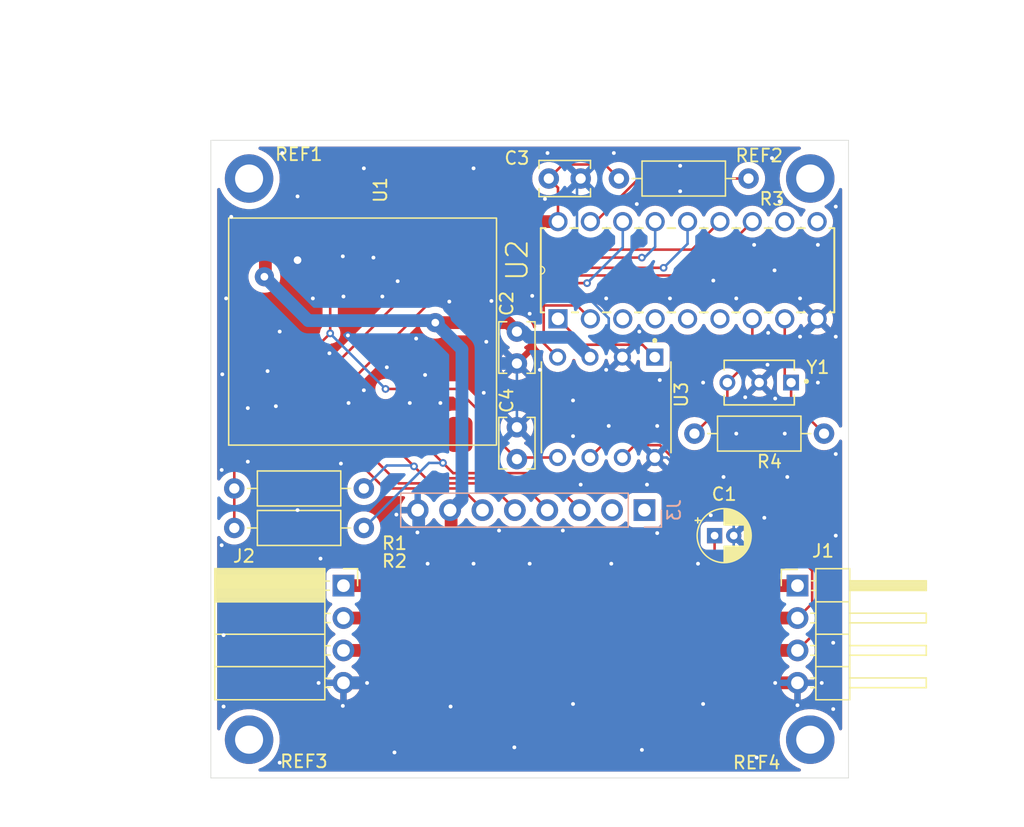
<source format=kicad_pcb>
(kicad_pcb (version 20240108) (generator "pcbnew") (generator_version "8.0")
  (layers (0 "F.Cu" signal) (31 "B.Cu" signal) (34 "B.Paste" user) (35 "F.Paste" user) (36 "B.SilkS" user "B.Silkscreen") (37 "F.SilkS" user "F.Silkscreen") (38 "B.Mask" user) (39 "F.Mask" user) (44 "Edge.Cuts" user))
  (net 0 "")
  (net 1 "+5V")
  (net 2 "GND")
  (net 3 "+3.3V")
  (net 4 "Net-(J1-CAN_L)")
  (net 5 "Net-(J1-CAN_H)")
  (net 6 "Net-(J3-Pin_6)")
  (net 7 "Net-(J3-Pin_3)")
  (net 8 "Net-(J3-Pin_5)")
  (net 11 "Net-(J3-Pin_4)")
  (net 12 "Net-(U2-~RESET)")
  (net 13 "Net-(U2-OSC2)")
  (net 14 "Net-(U2-OSC1)")
  (net 15 "Net-(U1-PA02_A0_D0)")
  (net 16 "Net-(U1-PA6_A10_D10_MOSI)")
  (net 17 "Net-(U1-PA5_A9_D9_MISO)")
  (net 18 "Net-(U1-PA7_A8_D8_SCK)")
  (net 19 "Net-(U1-PA4_A1_D1)")
  (net 22 "Net-(U2-TXCAN)")
  (net 27 "Net-(U2-RXCAN)")
  (footprint "MountingHole:MountingHole_2.2mm_M2_DIN965_Pad" (layer "F.Cu") (at 131 81)
    (property "Reference" "REF1" (at 3.9 -1.9 0) (layer "F.SilkS"))
    (property "Value" "MountingHole_2.2mm_M2_DIN965_Pad")
    (pad "1" thru_hole circle (at 0 0) (size 3.8 3.8) (drill 2.2) (layers "*.Cu" "*.Mask"))
  )
  (footprint "MCP2515-I_P:DIP254P762X432-18" (layer "F.Cu") (at 175.54 84.38 90)
    (property "Reference" "U2" (at -3.0226 -23.5204 90) (layer "F.SilkS") (effects (font (size 1.64 1.64))))
    (property "Value" "MCP2515-I_P")
    (pad "1" thru_hole rect (at -7.62 -20.32 90) (size 1.4986 1.4986) (drill 0.9906) (layers "*.Cu" "*.Mask") (net 22 "Net-(U2-TXCAN)"))
    (pad "2" thru_hole circle (at -7.62 -17.78 90) (size 1.4986 1.4986) (drill 0.9906) (layers "*.Cu" "*.Mask") (net 27 "Net-(U2-RXCAN)"))
    (pad "3" thru_hole circle (at -7.62 -15.24 90) (size 1.4986 1.4986) (drill 0.9906) (layers "*.Cu" "*.Mask"))
    (pad "4" thru_hole circle (at -7.62 -12.7 90) (size 1.4986 1.4986) (drill 0.9906) (layers "*.Cu" "*.Mask"))
    (pad "5" thru_hole circle (at -7.62 -10.16 90) (size 1.4986 1.4986) (drill 0.9906) (layers "*.Cu" "*.Mask"))
    (pad "6" thru_hole circle (at -7.62 -7.62 90) (size 1.4986 1.4986) (drill 0.9906) (layers "*.Cu" "*.Mask"))
    (pad "7" thru_hole circle (at -7.62 -5.08 90) (size 1.4986 1.4986) (drill 0.9906) (layers "*.Cu" "*.Mask") (net 13 "Net-(U2-OSC2)"))
    (pad "8" thru_hole circle (at -7.62 -2.54 90) (size 1.4986 1.4986) (drill 0.9906) (layers "*.Cu" "*.Mask") (net 14 "Net-(U2-OSC1)"))
    (pad "9" thru_hole circle (at -7.62 0 90) (size 1.4986 1.4986) (drill 0.9906) (layers "*.Cu" "*.Mask") (net 2 "GND"))
    (pad "10" thru_hole circle (at 0 0 90) (size 1.4986 1.4986) (drill 0.9906) (layers "*.Cu" "*.Mask"))
    (pad "11" thru_hole circle (at 0 -2.54 90) (size 1.4986 1.4986) (drill 0.9906) (layers "*.Cu" "*.Mask"))
    (pad "12" thru_hole circle (at 0 -5.08 90) (size 1.4986 1.4986) (drill 0.9906) (layers "*.Cu" "*.Mask") (net 15 "Net-(U1-PA02_A0_D0)"))
    (pad "13" thru_hole circle (at 0 -7.62 90) (size 1.4986 1.4986) (drill 0.9906) (layers "*.Cu" "*.Mask") (net 18 "Net-(U1-PA7_A8_D8_SCK)"))
    (pad "14" thru_hole circle (at 0 -10.16 90) (size 1.4986 1.4986) (drill 0.9906) (layers "*.Cu" "*.Mask") (net 16 "Net-(U1-PA6_A10_D10_MOSI)"))
    (pad "15" thru_hole circle (at 0 -12.7 90) (size 1.4986 1.4986) (drill 0.9906) (layers "*.Cu" "*.Mask") (net 17 "Net-(U1-PA5_A9_D9_MISO)"))
    (pad "16" thru_hole circle (at 0 -15.24 90) (size 1.4986 1.4986) (drill 0.9906) (layers "*.Cu" "*.Mask") (net 19 "Net-(U1-PA4_A1_D1)"))
    (pad "17" thru_hole circle (at 0 -17.78 90) (size 1.4986 1.4986) (drill 0.9906) (layers "*.Cu" "*.Mask") (net 12 "Net-(U2-~RESET)"))
    (pad "18" thru_hole circle (at 0 -20.32 90) (size 1.4986 1.4986) (drill 0.9906) (layers "*.Cu" "*.Mask") (net 3 "+3.3V"))
  )
  (footprint "Connector_PinHeader_2.54mm:PinHeader_1x04_P2.54mm_Horizontal" (layer "F.Cu") (at 174 112.92)
    (property "Reference" "J1" (at 2 -2.72 0) (layer "F.SilkS"))
    (property "Value" "Conn_01x04_Pin")
    (pad "1" thru_hole rect (at 0 0) (size 1.7 1.7) (drill 1) (layers "*.Cu" "*.Mask") (net 1 "+5V"))
    (pad "2" thru_hole oval (at 0 2.54) (size 1.7 1.7) (drill 1) (layers "*.Cu" "*.Mask") (net 5 "Net-(J1-CAN_H)"))
    (pad "3" thru_hole oval (at 0 5.08) (size 1.7 1.7) (drill 1) (layers "*.Cu" "*.Mask") (net 4 "Net-(J1-CAN_L)"))
    (pad "4" thru_hole oval (at 0 7.62) (size 1.7 1.7) (drill 1) (layers "*.Cu" "*.Mask") (net 2 "GND"))
  )
  (footprint "Resistor_THT:R_Axial_DIN0207_L6.3mm_D2.5mm_P10.16mm_Horizontal" (layer "F.Cu") (at 170.16 81 180)
    (property "Reference" "R3" (at -1.84 -1.6 0) (layer "F.SilkS"))
    (property "Value" "10k")
    (pad "1" thru_hole circle (at 0 0 180) (size 1.6 1.6) (drill 0.8) (layers "*.Cu" "*.Mask") (net 12 "Net-(U2-~RESET)"))
    (pad "2" thru_hole oval (at 10.16 0 180) (size 1.6 1.6) (drill 0.8) (layers "*.Cu" "*.Mask") (net 3 "+3.3V"))
  )
  (footprint "Resistor_THT:R_Axial_DIN0207_L6.3mm_D2.5mm_P10.16mm_Horizontal" (layer "F.Cu") (at 140 108.4 180)
    (property "Reference" "R2" (at -2.4 -2.6 0) (layer "F.SilkS"))
    (property "Value" "10k")
    (pad "1" thru_hole circle (at 0 0 180) (size 1.6 1.6) (drill 0.8) (layers "*.Cu" "*.Mask") (net 7 "Net-(J3-Pin_3)"))
    (pad "2" thru_hole oval (at 10.16 0 180) (size 1.6 1.6) (drill 0.8) (layers "*.Cu" "*.Mask") (net 3 "+3.3V"))
  )
  (footprint "MountingHole:MountingHole_2.2mm_M2_DIN965_Pad" (layer "F.Cu") (at 131 125)
    (property "Reference" "REF3" (at 4.3 1.7 0) (layer "F.SilkS"))
    (property "Value" "MountingHole_2.2mm_M2_DIN965_Pad")
    (pad "1" thru_hole circle (at 0 0) (size 3.8 3.8) (drill 2.2) (layers "*.Cu" "*.Mask"))
  )
  (footprint "MountingHole:MountingHole_2.2mm_M2_DIN965_Pad" (layer "F.Cu") (at 175 125)
    (property "Reference" "REF4" (at -4.2 1.8 0) (layer "F.SilkS"))
    (property "Value" "MountingHole_2.2mm_M2_DIN965_Pad")
    (pad "1" thru_hole circle (at 0 0) (size 3.8 3.8) (drill 2.2) (layers "*.Cu" "*.Mask"))
  )
  (footprint "XIAO_PCB:MOUDLE14P-SMD-2.54-21X17.8MM" (layer "F.Cu") (at 150.4 101.9 90)
    (property "Reference" "U1" (at 20 -9.1 90) (layer "F.SilkS"))
    (property "Value" "MOUDLE-SEEEDUINO-XIAO")
    (pad "1" smd roundrect (at 0.835 -18.12 90) (size 2.75 2) (layers "F.Cu" "F.Paste" "F.Mask") (net 15 "Net-(U1-PA02_A0_D0)"))
    (pad "2" smd roundrect (at 0.835 -15.58 90) (size 2.75 2) (layers "F.Cu" "F.Paste" "F.Mask") (net 19 "Net-(U1-PA4_A1_D1)"))
    (pad "3" smd roundrect (at 0.835 -13.04 90) (size 2.75 2) (layers "F.Cu" "F.Paste" "F.Mask") (net 6 "Net-(J3-Pin_6)"))
    (pad "4" smd roundrect (at 0.835 -10.5 90) (size 2.75 2) (layers "F.Cu" "F.Paste" "F.Mask") (net 8 "Net-(J3-Pin_5)"))
    (pad "5" smd roundrect (at 0.835 -7.96 90) (size 2.75 2) (layers "F.Cu" "F.Paste" "F.Mask") (net 11 "Net-(J3-Pin_4)"))
    (pad "6" smd roundrect (at 0.835 -5.42 90) (size 2.75 2) (layers "F.Cu" "F.Paste" "F.Mask") (net 7 "Net-(J3-Pin_3)"))
    (pad "7" smd roundrect (at 0.835 -2.88 90) (size 2.75 2) (layers "F.Cu" "F.Paste" "F.Mask"))
    (pad "8" smd roundrect (at 17 -2.88 90) (size 2.75 2) (layers "F.Cu" "F.Paste" "F.Mask"))
    (pad "9" smd roundrect (at 17 -5.42 90) (size 2.75 2) (layers "F.Cu" "F.Paste" "F.Mask") (net 18 "Net-(U1-PA7_A8_D8_SCK)"))
    (pad "10" smd roundrect (at 17 -7.96 90) (size 2.75 2) (layers "F.Cu" "F.Paste" "F.Mask") (net 17 "Net-(U1-PA5_A9_D9_MISO)"))
    (pad "11" smd roundrect (at 17 -10.5 90) (size 2.75 2) (layers "F.Cu" "F.Paste" "F.Mask") (net 16 "Net-(U1-PA6_A10_D10_MOSI)"))
    (pad "12" smd roundrect (at 17 -13.04 90) (size 2.75 2) (layers "F.Cu" "F.Paste" "F.Mask") (net 3 "+3.3V"))
    (pad "13" smd roundrect (at 17 -15.58 90) (size 2.75 2) (layers "F.Cu" "F.Paste" "F.Mask") (net 2 "GND"))
    (pad "14" smd roundrect (at 17 -18.12 90) (size 2.75 2) (layers "F.Cu" "F.Paste" "F.Mask") (net 1 "+5V"))
  )
  (footprint "MountingHole:MountingHole_2.2mm_M2_DIN965_Pad" (layer "F.Cu") (at 175 81)
    (property "Reference" "REF2" (at -4 -1.8 0) (layer "F.SilkS"))
    (property "Value" "MountingHole_2.2mm_M2_DIN965_Pad")
    (pad "1" thru_hole circle (at 0 0) (size 3.8 3.8) (drill 2.2) (layers "*.Cu" "*.Mask"))
  )
  (footprint "Capacitor_THT:CP_Radial_D4.0mm_P1.50mm" (layer "F.Cu") (at 167.5 109)
    (property "Reference" "C1" (at 0.75 -3.25 0) (layer "F.SilkS"))
    (property "Value" "10uF")
    (pad "1" thru_hole rect (at 0 0) (size 1.2 1.2) (drill 0.6) (layers "*.Cu" "*.Mask") (net 1 "+5V"))
    (pad "2" thru_hole circle (at 1.5 0) (size 1.2 1.2) (drill 0.6) (layers "*.Cu" "*.Mask") (net 2 "GND"))
  )
  (footprint "Resistor_THT:R_Axial_DIN0207_L6.3mm_D2.5mm_P10.16mm_Horizontal" (layer "F.Cu") (at 140 105.3 180)
    (property "Reference" "R1" (at -2.4 -4.3 0) (layer "F.SilkS"))
    (property "Value" "10k")
    (pad "1" thru_hole circle (at 0 0 180) (size 1.6 1.6) (drill 0.8) (layers "*.Cu" "*.Mask") (net 11 "Net-(J3-Pin_4)"))
    (pad "2" thru_hole oval (at 10.16 0 180) (size 1.6 1.6) (drill 0.8) (layers "*.Cu" "*.Mask") (net 3 "+3.3V"))
  )
  (footprint "Resistor_THT:R_Axial_DIN0207_L6.3mm_D2.5mm_P10.16mm_Horizontal" (layer "F.Cu") (at 165.92 101)
    (property "Reference" "R4" (at 5.88 2.2 0) (layer "F.SilkS"))
    (property "Value" "1M")
    (pad "1" thru_hole circle (at 0 0) (size 1.6 1.6) (drill 0.8) (layers "*.Cu" "*.Mask") (net 13 "Net-(U2-OSC2)"))
    (pad "2" thru_hole oval (at 10.16 0) (size 1.6 1.6) (drill 0.8) (layers "*.Cu" "*.Mask") (net 14 "Net-(U2-OSC1)"))
  )
  (footprint "Capacitor_THT:C_Disc_D3.8mm_W2.6mm_P2.50mm" (layer "F.Cu") (at 152 93 -90)
    (property "Reference" "C2" (at -2.2 0.8 90) (layer "F.SilkS"))
    (property "Value" "0.1uF")
    (pad "1" thru_hole circle (at 0 0 270) (size 1.6 1.6) (drill 0.8) (layers "*.Cu" "*.Mask") (net 1 "+5V"))
    (pad "2" thru_hole circle (at 2.5 0 270) (size 1.6 1.6) (drill 0.8) (layers "*.Cu" "*.Mask") (net 2 "GND"))
  )
  (footprint "MCP2562-E_P:DIP787W45P254L1016H533Q8" (layer "F.Cu") (at 159 98.937 -90)
    (property "Reference" "U3" (at -0.991 -5.892 90) (layer "F.SilkS"))
    (property "Value" "MCP2562-E_P")
    (pad "1" thru_hole rect (at -3.937 -3.81 270) (size 1.338 1.338) (drill 0.83) (layers "*.Cu" "*.Mask") (net 22 "Net-(U2-TXCAN)"))
    (pad "2" thru_hole circle (at -3.937 -1.27 270) (size 1.338 1.338) (drill 0.83) (layers "*.Cu" "*.Mask") (net 2 "GND"))
    (pad "3" thru_hole circle (at -3.937 1.27 270) (size 1.338 1.338) (drill 0.83) (layers "*.Cu" "*.Mask") (net 1 "+5V"))
    (pad "4" thru_hole circle (at -3.937 3.81 270) (size 1.338 1.338) (drill 0.83) (layers "*.Cu" "*.Mask") (net 27 "Net-(U2-RXCAN)"))
    (pad "5" thru_hole circle (at 3.937 3.81 270) (size 1.338 1.338) (drill 0.83) (layers "*.Cu" "*.Mask") (net 3 "+3.3V"))
    (pad "6" thru_hole circle (at 3.937 1.27 270) (size 1.338 1.338) (drill 0.83) (layers "*.Cu" "*.Mask") (net 4 "Net-(J1-CAN_L)"))
    (pad "7" thru_hole circle (at 3.937 -1.27 270) (size 1.338 1.338) (drill 0.83) (layers "*.Cu" "*.Mask") (net 5 "Net-(J1-CAN_H)"))
    (pad "8" thru_hole circle (at 3.937 -3.81 270) (size 1.338 1.338) (drill 0.83) (layers "*.Cu" "*.Mask") (net 2 "GND"))
  )
  (footprint "Connector_PinSocket_2.54mm:PinSocket_1x04_P2.54mm_Horizontal" (layer "F.Cu") (at 138.4 112.92)
    (property "Reference" "J2" (at -7.8 -2.32 0) (layer "F.SilkS"))
    (property "Value" "Conn_01x04_Socket")
    (pad "1" thru_hole rect (at 0 0) (size 1.7 1.7) (drill 1) (layers "*.Cu" "*.Mask") (net 1 "+5V"))
    (pad "2" thru_hole oval (at 0 2.54) (size 1.7 1.7) (drill 1) (layers "*.Cu" "*.Mask") (net 5 "Net-(J1-CAN_H)"))
    (pad "3" thru_hole oval (at 0 5.08) (size 1.7 1.7) (drill 1) (layers "*.Cu" "*.Mask") (net 4 "Net-(J1-CAN_L)"))
    (pad "4" thru_hole oval (at 0 7.62) (size 1.7 1.7) (drill 1) (layers "*.Cu" "*.Mask") (net 2 "GND"))
  )
  (footprint "Capacitor_THT:C_Disc_D3.8mm_W2.6mm_P2.50mm" (layer "F.Cu") (at 154.5 81)
    (property "Reference" "C3" (at -2.5 -1.6 0) (layer "F.SilkS"))
    (property "Value" "0.1uF")
    (pad "1" thru_hole circle (at 0 0) (size 1.6 1.6) (drill 0.8) (layers "*.Cu" "*.Mask") (net 3 "+3.3V"))
    (pad "2" thru_hole circle (at 2.5 0) (size 1.6 1.6) (drill 0.8) (layers "*.Cu" "*.Mask") (net 2 "GND"))
  )
  (footprint "Capacitor_THT:C_Disc_D3.8mm_W2.6mm_P2.50mm" (layer "F.Cu") (at 152 103 90)
    (property "Reference" "C4" (at 4.6 -0.8 90) (layer "F.SilkS"))
    (property "Value" "0.1uF")
    (pad "1" thru_hole circle (at 0 0 90) (size 1.6 1.6) (drill 0.8) (layers "*.Cu" "*.Mask") (net 3 "+3.3V"))
    (pad "2" thru_hole circle (at 2.5 0 90) (size 1.6 1.6) (drill 0.8) (layers "*.Cu" "*.Mask") (net 2 "GND"))
  )
  (footprint "CSTLS20M0X51-B0:OSC_CSTLS20M0X51-B0" (layer "F.Cu") (at 171 97 180)
    (property "Reference" "Y1" (at -4.6 1.2 0) (layer "F.SilkS"))
    (property "Value" "CSTLS20M0X51-B0")
    (pad "1" thru_hole rect (at -2.5 0 180) (size 1.238 1.238) (drill 0.73) (layers "*.Cu" "*.Mask") (net 14 "Net-(U2-OSC1)"))
    (pad "2" thru_hole circle (at 0 0 180) (size 1.238 1.238) (drill 0.73) (layers "*.Cu" "*.Mask") (net 2 "GND"))
    (pad "3" thru_hole circle (at 2.5 0 180) (size 1.238 1.238) (drill 0.73) (layers "*.Cu" "*.Mask") (net 13 "Net-(U2-OSC2)"))
  )
  (footprint "Connector_PinHeader_2.54mm:PinHeader_1x08_P2.54mm_Vertical" (layer "B.Cu") (at 162 107 90)
    (property "Reference" "J3" (at 0 2.33 90) (layer "B.SilkS") (effects (justify mirror)))
    (property "Value" "Conn_01x08_Pin")
    (pad "1" thru_hole rect (at 0 0 90) (size 1.7 1.7) (drill 1) (layers "*.Cu" "*.Mask"))
    (pad "2" thru_hole oval (at 0 -2.54 90) (size 1.7 1.7) (drill 1) (layers "*.Cu" "*.Mask"))
    (pad "3" thru_hole oval (at 0 -5.08 90) (size 1.7 1.7) (drill 1) (layers "*.Cu" "*.Mask") (net 7 "Net-(J3-Pin_3)"))
    (pad "4" thru_hole oval (at 0 -7.62 90) (size 1.7 1.7) (drill 1) (layers "*.Cu" "*.Mask") (net 11 "Net-(J3-Pin_4)"))
    (pad "5" thru_hole oval (at 0 -10.16 90) (size 1.7 1.7) (drill 1) (layers "*.Cu" "*.Mask") (net 8 "Net-(J3-Pin_5)"))
    (pad "6" thru_hole oval (at 0 -12.7 90) (size 1.7 1.7) (drill 1) (layers "*.Cu" "*.Mask") (net 6 "Net-(J3-Pin_6)"))
    (pad "7" thru_hole oval (at 0 -15.24 90) (size 1.7 1.7) (drill 1) (layers "*.Cu" "*.Mask") (net 1 "+5V"))
    (pad "8" thru_hole oval (at 0 -17.78 90) (size 1.7 1.7) (drill 1) (layers "*.Cu" "*.Mask") (net 2 "GND"))
  )
  (gr_line (start 178 78) (end 128 78) (stroke (width 0.05)) (layer "Edge.Cuts"))
  (gr_line (start 128 128) (end 178 128) (stroke (width 0.05)) (layer "Edge.Cuts"))
  (gr_line (start 178 128) (end 178 78) (stroke (width 0.05)) (layer "Edge.Cuts"))
  (gr_line (start 128 78) (end 128 128) (stroke (width 0.05)) (layer "Edge.Cuts"))
  (segment (start 167 112.92) (end 174 112.92) (width 1) (layer "F.Cu") (net 1))
  (segment (start 132.28 88.62) (end 132.2 88.7) (width 1) (layer "F.Cu") (net 1))
  (segment (start 167.5 112.42) (end 167 112.92) (width 0.2) (layer "F.Cu") (net 1))
  (segment (start 147 112.92) (end 167 112.92) (width 1) (layer "F.Cu") (net 1))
  (segment (start 167.5 109) (end 167.5 112.42) (width 0.2) (layer "F.Cu") (net 1))
  (segment (start 146.84 107) (end 146.84 112.76) (width 1) (layer "F.Cu") (net 1))
  (segment (start 145.6 92.3) (end 151.3 92.3) (width 1) (layer "F.Cu") (net 1))
  (segment (start 151.3 92.3) (end 152 93) (width 1) (layer "F.Cu") (net 1))
  (segment (start 146.84 112.76) (end 147 112.92) (width 1) (layer "F.Cu") (net 1))
  (segment (start 138.4 112.92) (end 147 112.92) (width 1) (layer "F.Cu") (net 1))
  (segment (start 132.28 84.9) (end 132.28 88.62) (width 1) (layer "F.Cu") (net 1))
  (via (at 145.6 92.3) (size 1.5) (drill 0.6) (layers "F.Cu" "B.Cu") (net 1))
  (via (at 132.2 88.7) (size 1.5) (drill 0.6) (layers "F.Cu" "B.Cu") (net 1))
  (segment (start 146.84 107) (end 147.69 106.15) (width 1) (layer "B.Cu") (net 1))
  (segment (start 152 93) (end 152.5 93) (width 1) (layer "B.Cu") (net 1))
  (segment (start 145.44 92.14) (end 145.6 92.3) (width 1) (layer "B.Cu") (net 1))
  (segment (start 156.1793 93.4493) (end 157.73 95) (width 1) (layer "B.Cu") (net 1))
  (segment (start 135.64 92.14) (end 145.44 92.14) (width 1) (layer "B.Cu") (net 1))
  (segment (start 147.69 94.39) (end 145.6 92.3) (width 1) (layer "B.Cu") (net 1))
  (segment (start 152.9493 93.4493) (end 156.1793 93.4493) (width 1) (layer "B.Cu") (net 1))
  (segment (start 152.5 93) (end 152.9493 93.4493) (width 1) (layer "B.Cu") (net 1))
  (segment (start 132.2 88.7) (end 135.64 92.14) (width 1) (layer "B.Cu") (net 1))
  (segment (start 147.69 106.15) (end 147.69 94.39) (width 1) (layer "B.Cu") (net 1))
  (segment (start 134.82 84.9) (end 134.82 87.38) (width 1) (layer "F.Cu") (net 2))
  (segment (start 140.24 120.54) (end 140.25 120.55) (width 1) (layer "F.Cu") (net 2))
  (segment (start 134.82 87.38) (end 134.8 87.4) (width 1) (layer "F.Cu") (net 2))
  (segment (start 140.26 120.54) (end 174 120.54) (width 1) (layer "F.Cu") (net 2))
  (segment (start 138.4 120.54) (end 140.24 120.54) (width 1) (layer "F.Cu") (net 2))
  (segment (start 140.25 120.55) (end 140.26 120.54) (width 1) (layer "F.Cu") (net 2))
  (via (at 172.6 82.8) (size 0.6) (drill 0.3) (layers "F.Cu" "B.Cu") (net 2))
  (via (at 166.2 111.2) (size 0.6) (drill 0.3) (layers "F.Cu" "B.Cu") (net 2))
  (via (at 150 90.6) (size 0.6) (drill 0.3) (layers "F.Cu" "B.Cu") (net 2))
  (via (at 140 97.6) (size 0.6) (drill 0.3) (layers "F.Cu" "B.Cu") (net 2))
  (via (at 159 96) (size 0.6) (drill 0.3) (layers "F.Cu" "B.Cu") (net 2))
  (via (at 140 80.2) (size 0.6) (drill 0.3) (layers "F.Cu" "B.Cu") (net 2))
  (via (at 168.2 104.4) (size 0.6) (drill 0.3) (layers "F.Cu" "B.Cu") (net 2))
  (via (at 145 111.2) (size 0.6) (drill 0.3) (layers "F.Cu" "B.Cu") (net 2))
  (via (at 140.25 120.55) (size 0.6) (drill 0.3) (layers "F.Cu" "B.Cu") (net 2))
  (via (at 171.65 95.6) (size 0.6) (drill 0.3) (layers "F.Cu" "B.Cu") (net 2))
  (via (at 164 90.4) (size 0.6) (drill 0.3) (layers "F.Cu" "B.Cu") (net 2))
  (via (at 159.4 111.2) (size 0.6) (drill 0.3) (layers "F.Cu" "B.Cu") (net 2))
  (via (at 166.6 97) (size 0.6) (drill 0.3) (layers "F.Cu" "B.Cu") (net 2))
  (via (at 137.3 94.7) (size 0.6) (drill 0.3) (layers "F.Cu" "B.Cu") (net 2))
  (via (at 153.2 90.2) (size 0.6) (drill 0.3) (layers "F.Cu" "B.Cu") (net 2))
  (via (at 144.2 108.75) (size 0.6) (drill 0.3) (layers "F.Cu" "B.Cu") (net 2))
  (via (at 156.4 98.4) (size 0.6) (drill 0.3) (layers "F.Cu" "B.Cu") (net 2))
  (via (at 146 98.6) (size 0.6) (drill 0.3) (layers "F.Cu" "B.Cu") (net 2))
  (via (at 129.6 84) (size 0.6) (drill 0.3) (layers "F.Cu" "B.Cu") (net 2))
  (via (at 177 83.2) (size 0.6) (drill 0.3) (layers "F.Cu" "B.Cu") (net 2))
  (via (at 169.9 98.15) (size 0.6) (drill 0.3) (layers "F.Cu" "B.Cu") (net 2))
  (via (at 133.6 79) (size 0.6) (drill 0.3) (layers "F.Cu" "B.Cu") (net 2))
  (via (at 173.2 104.4) (size 0.6) (drill 0.3) (layers "F.Cu" "B.Cu") (net 2))
  (via (at 141.8 95.8) (size 0.6) (drill 0.3) (layers "F.Cu" "B.Cu") (net 2))
  (via (at 154.4 79) (size 0.6) (drill 0.3) (layers "F.Cu" "B.Cu") (net 2))
  (via (at 144.8 96.4) (size 0.6) (drill 0.3) (layers "F.Cu" "B.Cu") (net 2))
  (via (at 133.4 93) (size 0.6) (drill 0.3) (layers "F.Cu" "B.Cu") (net 2))
  (via (at 156.4 101.2) (size 0.6) (drill 0.3) (layers "F.Cu" "B.Cu") (net 2))
  (via (at 138.75 93.3) (size 0.6) (drill 0.3) (layers "F.Cu" "B.Cu") (net 2))
  (via (at 170.6 86.2) (size 0.6) (drill 0.3) (layers "F.Cu" "B.Cu") (net 2))
  (via (at 170.8 126.4) (size 0.6) (drill 0.3) (layers "F.Cu" "B.Cu") (net 2))
  (via (at 174.2 90.4) (size 0.6) (drill 0.3) (layers "F.Cu" "B.Cu") (net 2))
  (via (at 150.6 108.6) (size 0.6) (drill 0.3) (layers "F.Cu" "B.Cu") (net 2))
  (via (at 166.6 122.2) (size 0.6) (drill 0.3) (layers "F.Cu" "B.Cu") (net 2))
  (via (at 142.4 126) (size 0.6) (drill 0.3) (layers "F.Cu" "B.Cu") (net 2))
  (via (at 157 105) (size 0.6) (drill 0.3) (layers "F.Cu" "B.Cu") (net 2))
  (via (at 176.8 117.4) (size 0.6) (drill 0.3) (layers "F.Cu" "B.Cu") (net 2))
  (via (at 130.9 103.2) (size 0.6) (drill 0.3) (layers "F.Cu" "B.Cu") (net 2))
  (via (at 174.2 93.4) (size 0.6) (drill 0.3) (layers "F.Cu" "B.Cu") (net 2))
  (via (at 134.8 82.4) (size 0.6) (drill 0.3) (layers "F.Cu" "B.Cu") (net 2))
  (via (at 177 93.4) (size 0.6) (drill 0.3) (layers "F.Cu" "B.Cu") (net 2))
  (via (at 128.85 109.75) (size 0.6) (drill 0.3) (layers "F.Cu" "B.Cu") (net 2))
  (via (at 141.45 90.25) (size 0.6) (drill 0.3) (layers "F.Cu" "B.Cu") (net 2))
  (via (at 177 109) (size 0.6) (drill 0.3) (layers "F.Cu" "B.Cu") (net 2))
  (via (at 173 101) (size 0.6) (drill 0.3) (layers "F.Cu" "B.Cu") (net 2))
  (via (at 153 91.6) (size 0.6) (drill 0.3) (layers "F.Cu" "B.Cu") (net 2))
  (via (at 149.4 97.8) (size 0.6) (drill 0.3) (layers "F.Cu" "B.Cu") (net 2))
  (via (at 155.6 108.6) (size 0.6) (drill 0.3) (layers "F.Cu" "B.Cu") (net 2))
  (via (at 163 108.8) (size 0.6) (drill 0.3) (layers "F.Cu" "B.Cu") (net 2))
  (via (at 154.2 82.6) (size 0.6) (drill 0.3) (layers "F.Cu" "B.Cu") (net 2))
  (via (at 163 100.4) (size 0.6) (drill 0.3) (layers "F.Cu" "B.Cu") (net 2))
  (via (at 133.1 98.85) (size 0.6) (drill 0.3) (layers "F.Cu" "B.Cu") (net 2))
  (via (at 133.4 126.8) (size 0.6) (drill 0.3) (layers "F.Cu" "B.Cu") (net 2))
  (via (at 153.8 96) (size 0.6) (drill 0.3) (layers "F.Cu" "B.Cu") (net 2))
  (via (at 175.6 97) (size 0.6) (drill 0.3) (layers "F.Cu" "B.Cu") (net 2))
  (via (at 142.65 89.05) (size 0.6) (drill 0.3) (layers "F.Cu" "B.Cu") (net 2))
  (via (at 138.2 103.35) (size 0.6) (drill 0.3) (layers "F.Cu" "B.Cu") (net 2))
  (via (at 132.45 96.1) (size 0.6) (drill 0.3) (layers "F.Cu" "B.Cu") (net 2))
  (via (at 171.4 107.6) (size 0.6) (drill 0.3) (layers "F.Cu" "B.Cu") (net 2))
  (via (at 167.2 107.4) (size 0.6) (drill 0.3) (layers "F.Cu" "B.Cu") (net 2))
  (via (at 164.8 80) (size 0.6) (drill 0.3) (layers "F.Cu" "B.Cu") (net 2))
  (via (at 136.45 120.55) (size 0.6) (drill 0.3) (layers "F.Cu" "B.Cu") (net 2))
  (via (at 148.6 111.2) (size 0.6) (drill 0.3) (layers "F.Cu" "B.Cu") (net 2))
  (via (at 162.2 105) (size 0.6) (drill 0.3) (layers "F.Cu" "B.Cu") (net 2))
  (via (at 153 111.2) (size 0.6) (drill 0.3) (layers "F.Cu" "B.Cu") (net 2))
  (via (at 172.25 120.55) (size 0.6) (drill 0.3) (layers "F.Cu" "B.Cu") (net 2))
  (via (at 171.7 93.1) (size 0.6) (drill 0.3) (layers "F.Cu" "B.Cu") (net 2))
  (via (at 129 116.8) (size 0.6) (drill 0.3) (layers "F.Cu" "B.Cu") (net 2))
  (via (at 177 102.6) (size 0.6) (drill 0.3) (layers "F.Cu" "B.Cu") (net 2))
  (via (at 169.2 101) (size 0.6) (drill 0.3) (layers "F.Cu" "B.Cu") (net 2))
  (via (at 172 79.4) (size 0.6) (drill 0.3) (layers "F.Cu" "B.Cu") (net 2))
  (via (at 138.35 87.1) (size 0.6) (drill 0.3) (layers "F.Cu" "B.Cu") (net 2))
  (via (at 136 90.4) (size 0.6) (drill 0.3) (layers "F.Cu" "B.Cu") (net 2))
  (via (at 151.8 125.6) (size 0.6) (drill 0.3) (layers "F.Cu" "B.Cu") (net 2))
  (via (at 148.6 80.2) (size 0.6) (drill 0.3) (layers "F.Cu" "B.Cu") (net 2))
  (via (at 146.7 90.65) (size 0.6) (drill 0.3) (layers "F.Cu" "B.Cu") (net 2))
  (via (at 172.2 88.2) (size 0.6) (drill 0.3) (layers "F.Cu" "B.Cu") (net 2))
  (via (at 140.75 87.2) (size 0.6) (drill 0.3) (layers "F.Cu" "B.Cu") (net 2))
  (via (at 143.6 98.6) (size 0.6) (drill 0.3) (layers "F.Cu" "B.Cu") (net 2))
  (via (at 142.55 107.35) (size 0.6) (drill 0.3) (layers "F.Cu" "B.Cu") (net 2))
  (via (at 174 122.3) (size 0.6) (drill 0.3) (layers "F.Cu" "B.Cu") (net 2))
  (via (at 163.2 96.8) (size 0.6) (drill 0.3) (layers "F.Cu" "B.Cu") (net 2))
  (via (at 149.6 93.8) (size 0.6) (drill 0.3) (layers "F.Cu" "B.Cu") (net 2))
  (via (at 128.85 103.85) (size 0.6) (drill 0.3) (layers "F.Cu" "B.Cu") (net 2))
  (via (at 134.8 107) (size 0.6) (drill 0.3) (layers "F.Cu" "B.Cu") (net 2))
  (via (at 136.6 110.8) (size 0.6) (drill 0.3) (layers "F.Cu" "B.Cu") (net 2))
  (via (at 176.8 122.6) (size 0.6) (drill 0.3) (layers "F.Cu" "B.Cu") (net 2))
  (via (at 164.8 82) (size 0.6) (drill 0.3) (layers "F.Cu" "B.Cu") (net 2))
  (via (at 138.4 90.25) (size 0.6) (drill 0.3) (layers "F.Cu" "B.Cu") (net 2))
  (via (at 159.2 100.4) (size 0.6) (drill 0.3) (layers "F.Cu" "B.Cu") (net 2))
  (via (at 161.8 125.8) (size 0.6) (drill 0.3) (layers "F.Cu" "B.Cu") (net 2))
  (via (at 175.6 86.2) (size 0.6) (drill 0.3) (layers "F.Cu" "B.Cu") (net 2))
  (via (at 169.2 90.4) (size 0.6) (drill 0.3) (layers "F.Cu" "B.Cu") (net 2))
  (via (at 129.2 90.4) (size 0.6) (drill 0.3) (layers "F.Cu" "B.Cu") (net 2))
  (via (at 161.6 93) (size 0.6) (drill 0.3) (layers "F.Cu" "B.Cu") (net 2))
  (via (at 167.4 89) (size 0.6) (drill 0.3) (layers "F.Cu" "B.Cu") (net 2))
  (via (at 130.9 99) (size 0.6) (drill 0.3) (layers "F.Cu" "B.Cu") (net 2))
  (via (at 159.6 79) (size 0.6) (drill 0.3) (layers "F.Cu" "B.Cu") (net 2))
  (via (at 161.4 83) (size 0.6) (drill 0.3) (layers "F.Cu" "B.Cu") (net 2))
  (via (at 138.35 122.35) (size 0.6) (drill 0.3) (layers "F.Cu" "B.Cu") (net 2))
  (via (at 175.9 120.55) (size 0.6) (drill 0.3) (layers "F.Cu" "B.Cu") (net 2))
  (via (at 172.25 98.25) (size 0.6) (drill 0.3) (layers "F.Cu" "B.Cu") (net 2))
  (via (at 144.1 93.55) (size 0.6) (drill 0.3) (layers "F.Cu" "B.Cu") (net 2))
  (via (at 138.8 98.6) (size 0.6) (drill 0.3) (layers "F.Cu" "B.Cu") (net 2))
  (via (at 134.8 87.4) (size 1.5) (drill 0.6) (layers "F.Cu" "B.Cu") (net 2))
  (via (at 146.8 122.4) (size 0.6) (drill 0.3) (layers "F.Cu" "B.Cu") (net 2))
  (via (at 159 90.4) (size 0.6) (drill 0.3) (layers "F.Cu" "B.Cu") (net 2))
  (via (at 156.4 122.2) (size 0.6) (drill 0.3) (layers "F.Cu" "B.Cu") (net 2))
  (via (at 129 122.4) (size 0.6) (drill 0.3) (layers "F.Cu" "B.Cu") (net 2))
  (via (at 128.9 96.35) (size 0.6) (drill 0.3) (layers "F.Cu" "B.Cu") (net 2))
  (segment (start 137.7 90.3) (end 138.35 90.3) (width 1) (layer "B.Cu") (net 2))
  (segment (start 146.7 90.65) (end 146.7 91.1) (width 1) (layer "B.Cu") (net 2))
  (segment (start 156.7107 89.466765) (end 159.2 91.956065) (width 0.2) (layer "B.Cu") (net 2))
  (segment (start 171 97) (end 174.2 93.8) (width 0.2) (layer "B.Cu") (net 2))
  (segment (start 149.2 93.6) (end 149.6 93.8) (width 1) (layer "B.Cu") (net 2))
  (segment (start 174.2 93.8) (end 174.2 93.4) (width 0.2) (layer "B.Cu") (net 2))
  (segment (start 159.27 96) (end 160.27 95) (width 0.2) (layer "B.Cu") (net 2))
  (segment (start 159.2 91.956065) (end 159.2 93.93) (width 0.2) (layer "B.Cu") (net 2))
  (segment (start 172.26 120.54) (end 174 120.54) (width 0.2) (layer "B.Cu") (net 2))
  (segment (start 152 95.5) (end 152.799999 96.299999) (width 0.2) (layer "B.Cu") (net 2))
  (segment (start 141.45 90.25) (end 141.5 90.3) (width 1) (layer "B.Cu") (net 2))
  (segment (start 152 95.5) (end 152 100.5) (width 0.2) (layer "B.Cu") (net 2))
  (segment (start 169.9 98.15) (end 169.85 98.15) (width 0.2) (layer "B.Cu") (net 2))
  (segment (start 144.3 108.65) (end 144.2 108.75) (width 1) (layer "B.Cu") (net 2))
  (segment (start 146.7 91.1) (end 149.2 93.6) (width 1) (layer "B.Cu") (net 2))
  (segment (start 144.3 108.85) (end 144.3 110.5) (width 1) (layer "B.Cu") (net 2))
  (segment (start 169.85 98.15) (end 169.2 98.8) (width 0.2) (layer "B.Cu") (net 2))
  (segment (start 153.500001 96.299999) (end 153.8 96) (width 0.2) (layer "B.Cu") (net 2))
  (segment (start 141.5 90.3) (end 145.9 90.3) (width 1) (layer "B.Cu") (net 2))
  (segment (start 144.3 107) (end 144.3 108.65) (width 1) (layer "B.Cu") (net 2))
  (segment (start 142.46 120.54) (end 138.4 120.54) (width 1) (layer "B.Cu") (net 2))
  (segment (start 144.2 108.75) (end 144.3 108.85) (width 1) (layer "B.Cu") (net 2))
  (segment (start 134.8 87.4) (end 137.7 90.3) (width 1) (layer "B.Cu") (net 2))
  (segment (start 159 96) (end 159.27 96) (width 0.2) (layer "B.Cu") (net 2))
  (segment (start 157 81) (end 156.7107 81.2893) (width 0.2) (layer "B.Cu") (net 2))
  (segment (start 138.35 90.3) (end 138.4 90.25) (width 1) (layer "B.Cu") (net 2))
  (segment (start 162.81 102.874) (end 161.2 101.264) (width 0.2) (layer "B.Cu") (net 2))
  (segment (start 153.8 96) (end 154.099999 96.299999) (width 0.2) (layer "B.Cu") (net 2))
  (segment (start 162.81 102.874) (end 163.756108 102.874) (width 0.2) (layer "B.Cu") (net 2))
  (segment (start 161.2 101.264) (end 161.2 98.8) (width 0.2) (layer "B.Cu") (net 2))
  (segment (start 159.2 93.93) (end 160.27 95) (width 0.2) (layer "B.Cu") (net 2))
  (segment (start 149.2 94.3) (end 150.4 95.5) (width 1) (layer "B.Cu") (net 2))
  (segment (start 145 111.2) (end 144.3 111.9) (width 1) (layer "B.Cu") (net 2))
  (segment (start 169.2 98.8) (end 161.2 98.8) (width 0.2) (layer "B.Cu") (net 2))
  (segment (start 144.3 111.9) (end 144.3 118.7) (width 1) (layer "B.Cu") (net 2))
  (segment (start 144.3 110.5) (end 145 111.2) (width 1) (layer "B.Cu") (net 2))
  (segment (start 171 97) (end 169.9 98.1) (width 0.2) (layer "B.Cu") (net 2))
  (segment (start 149.6 93.8) (end 149.2 94.3) (width 1) (layer "B.Cu") (net 2))
  (segment (start 138.45 90.3) (end 141.4 90.3) (width 1) (layer "B.Cu") (net 2))
  (segment (start 144.3 118.7) (end 142.46 120.54) (width 1) (layer "B.Cu") (net 2))
  (segment (start 150.4 95.5) (end 152 95.5) (width 1) (layer "B.Cu") (net 2))
  (segment (start 145.9 90.3) (end 146.25 90.65) (width 1) (layer "B.Cu") (net 2))
  (segment (start 138.4 90.25) (end 138.45 90.3) (width 1) (layer "B.Cu") (net 2))
  (segment (start 169.9 98.1) (end 169.9 98.15) (width 0.2) (layer "B.Cu") (net 2))
  (segment (start 156.7107 81.2893) (end 156.7107 89.466765) (width 0.2) (layer "B.Cu") (net 2))
  (segment (start 169.74 120.54) (end 172.24 120.54) (width 0.2) (layer "B.Cu") (net 2))
  (segment (start 172.24 120.54) (end 172.25 120.55) (width 0.2) (layer "B.Cu") (net 2))
  (segment (start 158.970001 96.299999) (end 159 96.27) (width 0.2) (layer "B.Cu") (net 2))
  (segment (start 161.2 95.93) (end 160.27 95) (width 0.2) (layer "B.Cu") (net 2))
  (segment (start 174.2 93.4) (end 174.6 93.4) (width 0.2) (layer "B.Cu") (net 2))
  (segment (start 154.099999 96.299999) (end 158.970001 96.299999) (width 0.2) (layer "B.Cu") (net 2))
  (segment (start 152.799999 96.299999) (end 153.500001 96.299999) (width 0.2) (layer "B.Cu") (net 2))
  (segment (start 174.6 93.4) (end 175.54 92.46) (width 0.2) (layer "B.Cu") (net 2))
  (segment (start 159 96.27) (end 159 96) (width 0.2) (layer "B.Cu") (net 2))
  (segment (start 141.4 90.3) (end 141.45 90.25) (width 1) (layer "B.Cu") (net 2))
  (segment (start 175.54 92.46) (end 175.54 92) (width 0.2) (layer "B.Cu") (net 2))
  (segment (start 163.756108 102.874) (end 169 108.117892) (width 0.2) (layer "B.Cu") (net 2))
  (segment (start 169 119.8) (end 169.74 120.54) (width 0.2) (layer "B.Cu") (net 2))
  (segment (start 169 108.117892) (end 169 109) (width 0.2) (layer "B.Cu") (net 2))
  (segment (start 169 109) (end 169 119.8) (width 0.2) (layer "B.Cu") (net 2))
  (segment (start 161.2 98.8) (end 161.2 95.93) (width 0.2) (layer "B.Cu") (net 2))
  (segment (start 146.25 90.65) (end 146.7 90.65) (width 1) (layer "B.Cu") (net 2))
  (segment (start 172.25 120.55) (end 172.26 120.54) (width 0.2) (layer "B.Cu") (net 2))
  (segment (start 137.36 83.525) (end 138.4425 82.4425) (width 1) (layer "F.Cu") (net 3))
  (segment (start 158.9 79.9) (end 160 81) (width 0.2) (layer "F.Cu") (net 3))
  (segment (start 147.296626 97.5) (end 149.69043 99.893804) (width 0.2) (layer "F.Cu") (net 3))
  (segment (start 155.22 84.38) (end 155.22 81.72) (width 0.2) (layer "F.Cu") (net 3))
  (segment (start 129.84 105.3) (end 129.84 97.16) (width 0.2) (layer "F.Cu") (net 3))
  (segment (start 135.5 95) (end 136.365 94.135) (width 0.2) (layer "F.Cu") (net 3))
  (segment (start 149.69043 100.69043) (end 152 103) (width 0.2) (layer "F.Cu") (net 3))
  (segment (start 129.84 97.16) (end 132 95) (width 0.2) (layer "F.Cu") (net 3))
  (segment (start 141.7 97.5) (end 147.296626 97.5) (width 0.2) (layer "F.Cu") (net 3))
  (segment (start 132 95) (end 135.5 95) (width 0.2) (layer "F.Cu") (net 3))
  (segment (start 137.36 93.14) (end 137.36 84.9) (width 0.2) (layer "F.Cu") (net 3))
  (segment (start 152.126 102.874) (end 152 103) (width 0.2) (layer "F.Cu") (net 3))
  (segment (start 149.69043 99.893804) (end 149.69043 100.69043) (width 0.2) (layer "F.Cu") (net 3))
  (segment (start 136.365 94.135) (end 137.36 93.14) (width 0.2) (layer "F.Cu") (net 3))
  (segment (start 155.22 84.38) (end 153.88 84.38) (width 1) (layer "F.Cu") (net 3))
  (segment (start 154.5 81) (end 155.6 79.9) (width 0.2) (layer "F.Cu") (net 3))
  (segment (start 153.88 84.38) (end 151.9425 82.4425) (width 1) (layer "F.Cu") (net 3))
  (segment (start 155.6 79.9) (end 158.9 79.9) (width 0.2) (layer "F.Cu") (net 3))
  (segment (start 129.84 108.4) (end 129.84 105.3) (width 0.2) (layer "F.Cu") (net 3))
  (segment (start 138.4425 82.4425) (end 151.9425 82.4425) (width 1) (layer "F.Cu") (net 3))
  (segment (start 137.36 84.9) (end 137.36 83.525) (width 1) (layer "F.Cu") (net 3))
  (segment (start 155.22 81.72) (end 154.5 81) (width 0.2) (layer "F.Cu") (net 3))
  (segment (start 155.19 102.874) (end 152.126 102.874) (width 0.2) (layer "F.Cu") (net 3))
  (via (at 137.36 93.14) (size 0.6) (drill 0.3) (layers "F.Cu" "B.Cu") (net 3))
  (via (at 141.7 97.5) (size 0.6) (drill 0.3) (layers "F.Cu" "B.Cu") (net 3))
  (segment (start 137.36 93.16) (end 141.7 97.5) (width 0.2) (layer "B.Cu") (net 3))
  (segment (start 137.36 93.14) (end 137.36 93.16) (width 0.2) (layer "B.Cu") (net 3))
  (segment (start 172.865686 108.9) (end 175.6 111.634314) (width 0.2) (layer "F.Cu") (net 4))
  (segment (start 138.4 118) (end 174 118) (width 1) (layer "F.Cu") (net 4))
  (segment (start 175.6 111.634314) (end 175.6 116.4) (width 0.2) (layer "F.Cu") (net 4))
  (segment (start 157.73 102.874) (end 159.099 101.505) (width 0.2) (layer "F.Cu") (net 4))
  (segment (start 175.6 116.4) (end 174 118) (width 0.2) (layer "F.Cu") (net 4))
  (segment (start 159.099 101.505) (end 163.377059 101.505) (width 0.2) (layer "F.Cu") (net 4))
  (segment (start 170.772059 108.9) (end 172.865686 108.9) (width 0.2) (layer "F.Cu") (net 4))
  (segment (start 163.377059 101.505) (end 170.772059 108.9) (width 0.2) (layer "F.Cu") (net 4))
  (segment (start 163.211373 101.905) (end 170.606373 109.3) (width 0.2) (layer "F.Cu") (net 5))
  (segment (start 138.4 115.46) (end 174 115.46) (width 1) (layer "F.Cu") (net 5))
  (segment (start 172.7 109.3) (end 175.15 111.75) (width 0.2) (layer "F.Cu") (net 5))
  (segment (start 170.606373 109.3) (end 172.7 109.3) (width 0.2) (layer "F.Cu") (net 5))
  (segment (start 161.239 101.905) (end 163.211373 101.905) (width 0.2) (layer "F.Cu") (net 5))
  (segment (start 175.15 111.75) (end 175.15 114.31) (width 0.2) (layer "F.Cu") (net 5))
  (segment (start 160.27 102.874) (end 161.239 101.905) (width 0.2) (layer "F.Cu") (net 5))
  (segment (start 175.15 114.31) (end 174 115.46) (width 0.2) (layer "F.Cu") (net 5))
  (segment (start 147.68 105.3) (end 141.621358 105.3) (width 0.2) (layer "F.Cu") (net 6))
  (segment (start 137.386358 101.065) (end 137.36 101.065) (width 0.2) (layer "F.Cu") (net 6))
  (segment (start 149.38 107) (end 147.68 105.3) (width 0.2) (layer "F.Cu") (net 6))
  (segment (start 141.621358 105.3) (end 137.386358 101.065) (width 0.2) (layer "F.Cu") (net 6))
  (segment (start 146.20125 103.29875) (end 144.98 102.0775) (width 0.2) (layer "F.Cu") (net 7))
  (segment (start 144.98 102.0775) (end 144.98 101.065) (width 0.2) (layer "F.Cu") (net 7))
  (segment (start 154.1 104.1) (end 157 107) (width 0.2) (layer "F.Cu") (net 7))
  (segment (start 146.20125 103.29875) (end 147.0025 104.1) (width 0.2) (layer "F.Cu") (net 7))
  (segment (start 147.0025 104.1) (end 154.1 104.1) (width 0.2) (layer "F.Cu") (net 7))
  (via (at 146.20125 103.29875) (size 0.6) (drill 0.3) (layers "F.Cu" "B.Cu") (net 7))
  (segment (start 140 108.4) (end 145.10125 103.29875) (width 0.2) (layer "B.Cu") (net 7))
  (segment (start 145.10125 103.29875) (end 146.20125 103.29875) (width 0.2) (layer "B.Cu") (net 7))
  (segment (start 151.92 107) (end 149.82 104.9) (width 0.2) (layer "F.Cu") (net 8))
  (segment (start 142.7225 104.9) (end 139.9 102.0775) (width 0.2) (layer "F.Cu") (net 8))
  (segment (start 149.82 104.9) (end 142.7225 104.9) (width 0.2) (layer "F.Cu") (net 8))
  (segment (start 139.9 102.0775) (end 139.9 101.065) (width 0.2) (layer "F.Cu") (net 8))
  (segment (start 143.93125 103.56875) (end 144.8625 104.5) (width 0.2) (layer "F.Cu") (net 11))
  (segment (start 143.93125 103.56875) (end 142.44 102.0775) (width 0.2) (layer "F.Cu") (net 11))
  (segment (start 144.8625 104.5) (end 151.96 104.5) (width 0.2) (layer "F.Cu") (net 11))
  (segment (start 142.44 102.0775) (end 142.44 101.065) (width 0.2) (layer "F.Cu") (net 11))
  (segment (start 151.96 104.5) (end 154.46 107) (width 0.2) (layer "F.Cu") (net 11))
  (via (at 143.93125 103.56875) (size 0.6) (drill 0.3) (layers "F.Cu" "B.Cu") (net 11))
  (segment (start 143.8625 103.5) (end 143.93125 103.56875) (width 0.2) (layer "B.Cu") (net 11))
  (segment (start 141.8 103.5) (end 143.8625 103.5) (width 0.2) (layer "B.Cu") (net 11))
  (segment (start 140 105.3) (end 141.8 103.5) (width 0.2) (layer "B.Cu") (net 11))
  (segment (start 161.555635 81) (end 170.16 81) (width 0.2) (layer "F.Cu") (net 12))
  (segment (start 157.76 84.38) (end 158.175635 84.38) (width 0.2) (layer "F.Cu") (net 12))
  (segment (start 158.175635 84.38) (end 161.555635 81) (width 0.2) (layer "F.Cu") (net 12))
  (segment (start 170.46 95.04) (end 168.5 97) (width 0.2) (layer "F.Cu") (net 13))
  (segment (start 168.5 97) (end 168.5 98.42) (width 0.2) (layer "F.Cu") (net 13))
  (segment (start 168.5 98.42) (end 165.92 101) (width 0.2) (layer "F.Cu") (net 13))
  (segment (start 170.46 92) (end 170.46 95.04) (width 0.2) (layer "F.Cu") (net 13))
  (segment (start 173 92) (end 173 96.5) (width 0.2) (layer "F.Cu") (net 14))
  (segment (start 173.5 97) (end 173.5 98.42) (width 0.2) (layer "F.Cu") (net 14))
  (segment (start 173.5 98.42) (end 176.08 101) (width 0.2) (layer "F.Cu") (net 14))
  (segment (start 173 96.5) (end 173.5 97) (width 0.2) (layer "F.Cu") (net 14))
  (segment (start 166.24 88.6) (end 170.46 84.38) (width 0.2) (layer "F.Cu") (net 15))
  (segment (start 144.745 88.6) (end 166.24 88.6) (width 0.2) (layer "F.Cu") (net 15))
  (segment (start 132.28 101.065) (end 144.745 88.6) (width 0.2) (layer "F.Cu") (net 15))
  (segment (start 143 88) (end 163.5 88) (width 0.2) (layer "F.Cu") (net 16))
  (segment (start 141.975 86.975) (end 143 88) (width 0.2) (layer "F.Cu") (net 16))
  (segment (start 141.975 86.975) (end 139.9 84.9) (width 0.2) (layer "F.Cu") (net 16))
  (via (at 163.5 88) (size 0.6) (drill 0.3) (layers "F.Cu" "B.Cu") (net 16))
  (segment (start 163.5 88) (end 165.38 86.12) (width 0.2) (layer "B.Cu") (net 16))
  (segment (start 165.38 86.12) (end 165.38 84.38) (width 0.2) (layer "B.Cu") (net 16))
  (segment (start 161.8 87.2) (end 144.74 87.2) (width 0.2) (layer "F.Cu") (net 17))
  (segment (start 144.74 87.2) (end 142.44 84.9) (width 0.2) (layer "F.Cu") (net 17))
  (via (at 161.8 87.2) (size 0.6) (drill 0.3) (layers "F.Cu" "B.Cu") (net 17))
  (segment (start 162 87.2) (end 161.8 87.2) (width 0.2) (layer "B.Cu") (net 17))
  (segment (start 162.84 86.36) (end 162.3 86.9) (width 0.2) (layer "B.Cu") (net 17))
  (segment (start 162.84 84.38) (end 162.84 86.36) (width 0.2) (layer "B.Cu") (net 17))
  (segment (start 162.3 86.9) (end 162 87.2) (width 0.2) (layer "B.Cu") (net 17))
  (segment (start 165.725 86.575) (end 167.92 84.38) (width 0.2) (layer "F.Cu") (net 18))
  (segment (start 145.006358 84.9) (end 146.681358 86.575) (width 0.2) (layer "F.Cu") (net 18))
  (segment (start 146.681358 86.575) (end 165.725 86.575) (width 0.2) (layer "F.Cu") (net 18))
  (segment (start 144.98 84.9) (end 145.006358 84.9) (width 0.2) (layer "F.Cu") (net 18))
  (segment (start 134.82 101.065) (end 146.685 89.2) (width 0.2) (layer "F.Cu") (net 19))
  (segment (start 146.685 89.2) (end 157.5 89.2) (width 0.2) (layer "F.Cu") (net 19))
  (via (at 157.5 89.2) (size 0.6) (drill 0.3) (layers "F.Cu" "B.Cu") (net 19))
  (segment (start 157.5 89.2) (end 160.3 86.4) (width 0.2) (layer "B.Cu") (net 19))
  (segment (start 160.3 86.4) (end 160.3 84.38) (width 0.2) (layer "B.Cu") (net 19))
  (segment (start 161.841 94.031) (end 162.81 95) (width 0.2) (layer "F.Cu") (net 22))
  (segment (start 157.251 94.031) (end 161.841 94.031) (width 0.2) (layer "F.Cu") (net 22))
  (segment (start 155.22 92) (end 157.251 94.031) (width 0.2) (layer "F.Cu") (net 22))
  (segment (start 154.1707 90.9507) (end 154.1 91.0214) (width 0.2) (layer "F.Cu") (net 27))
  (segment (start 154.1 93.91) (end 155.19 95) (width 0.2) (layer "F.Cu") (net 27))
  (segment (start 156.7107 90.9507) (end 154.1707 90.9507) (width 0.2) (layer "F.Cu") (net 27))
  (segment (start 154.1 91.0214) (end 154.1 93.91) (width 0.2) (layer "F.Cu") (net 27))
  (segment (start 157.76 92) (end 156.7107 90.9507) (width 0.2) (layer "F.Cu") (net 27))
  (zone (net 0) (net_name "") (layer "F.Cu") (name "ベタ禁止") (connect_pads (clearance 0)) (min_thickness 0.25)
    (keepout (tracks allowed) (vias allowed) (pads allowed) (copperpour not_allowed) (footprints allowed))
    (fill (thermal_gap 0.5) (thermal_bridge_width 0.5))
    (polygon (pts (xy 155.6 80) (xy 159.4 80) (xy 159.6 82.4) (xy 157.8 84.2) (xy 156.4 84.2) (xy 155.6 83.4)))
  )
  (zone (net 2) (net_name "GND") (layer "F.Cu") (connect_pads (clearance 0.5)) (min_thickness 0.25) (fill yes (thermal_gap 0.5) (thermal_bridge_width 0.5) (smoothing chamfer) (radius 2))
    (polygon (pts (xy 128 78) (xy 178 78) (xy 178 128) (xy 128 128)))
  )
  (zone (net 0) (net_name "") (layer "F.Cu") (name "ベタ禁止") (connect_pads (clearance 0)) (min_thickness 0.25)
    (keepout (tracks allowed) (vias allowed) (pads allowed) (copperpour not_allowed) (footprints allowed))
    (fill (thermal_gap 0.5) (thermal_bridge_width 0.5))
    (polygon (pts (xy 168 112) (xy 174.4 112) (xy 174.4 111.6) (xy 172.4 109.6) (xy 170.2 109.6) (xy 169.4 108.8) (xy 168 108.8) (xy 168 109.4)))
  )
  (zone (net 2) (net_name "GND") (layer "B.Cu") (priority 1) (connect_pads (clearance 0.5)) (min_thickness 0.25) (fill yes (thermal_gap 0.5) (thermal_bridge_width 0.5))
    (polygon (pts (xy 128 78) (xy 178 78) (xy 178 128) (xy 128 128)))
  )
)
</source>
